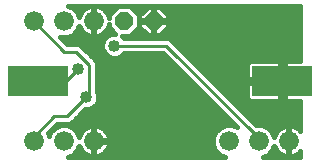
<source format=gbl>
G75*
%MOIN*%
%OFA0B0*%
%FSLAX25Y25*%
%IPPOS*%
%LPD*%
%AMOC8*
5,1,8,0,0,1.08239X$1,22.5*
%
%ADD10C,0.06600*%
%ADD11R,0.20000X0.10000*%
%ADD12OC8,0.06000*%
%ADD13C,0.01600*%
%ADD14C,0.01000*%
%ADD15C,0.04000*%
D10*
X0016800Y0016800D03*
X0026800Y0016800D03*
X0036800Y0016800D03*
X0081800Y0016800D03*
X0091800Y0016800D03*
X0101800Y0016800D03*
X0036800Y0056800D03*
X0026800Y0056800D03*
X0016800Y0056800D03*
D11*
X0018099Y0036800D03*
X0099595Y0036800D03*
D12*
X0056800Y0056800D03*
X0046800Y0056800D03*
D13*
X0051800Y0056354D02*
X0052000Y0056354D01*
X0052000Y0056600D02*
X0052000Y0054812D01*
X0054812Y0052000D01*
X0056600Y0052000D01*
X0056600Y0056600D01*
X0057000Y0056600D01*
X0057000Y0057000D01*
X0061600Y0057000D01*
X0061600Y0058788D01*
X0058788Y0061600D01*
X0057000Y0061600D01*
X0057000Y0057000D01*
X0056600Y0057000D01*
X0056600Y0061600D01*
X0054812Y0061600D01*
X0052000Y0058788D01*
X0052000Y0057000D01*
X0056600Y0057000D01*
X0056600Y0056600D01*
X0052000Y0056600D01*
X0052000Y0057952D02*
X0051800Y0057952D01*
X0051800Y0058871D02*
X0048871Y0061800D01*
X0044729Y0061800D01*
X0041800Y0058871D01*
X0041800Y0057833D01*
X0041774Y0057994D01*
X0041526Y0058758D01*
X0041162Y0059473D01*
X0040690Y0060122D01*
X0040122Y0060690D01*
X0039473Y0061162D01*
X0038758Y0061526D01*
X0037994Y0061774D01*
X0037201Y0061900D01*
X0037000Y0061900D01*
X0037000Y0057000D01*
X0036600Y0057000D01*
X0036600Y0061900D01*
X0036399Y0061900D01*
X0035606Y0061774D01*
X0034842Y0061526D01*
X0034127Y0061162D01*
X0033478Y0060690D01*
X0032910Y0060122D01*
X0032438Y0059473D01*
X0032074Y0058758D01*
X0031921Y0058287D01*
X0031293Y0059802D01*
X0029802Y0061293D01*
X0028191Y0061961D01*
X0105701Y0061961D01*
X0105701Y0043600D01*
X0100395Y0043600D01*
X0100395Y0037600D01*
X0098795Y0037600D01*
X0098795Y0036000D01*
X0087795Y0036000D01*
X0087795Y0031563D01*
X0087918Y0031105D01*
X0088155Y0030695D01*
X0088490Y0030360D01*
X0088900Y0030123D01*
X0089358Y0030000D01*
X0098795Y0030000D01*
X0098795Y0036000D01*
X0100395Y0036000D01*
X0100395Y0030000D01*
X0105701Y0030000D01*
X0105701Y0020108D01*
X0105690Y0020122D01*
X0105122Y0020690D01*
X0104473Y0021162D01*
X0103758Y0021526D01*
X0102994Y0021774D01*
X0102201Y0021900D01*
X0102000Y0021900D01*
X0102000Y0017000D01*
X0101600Y0017000D01*
X0101600Y0021900D01*
X0101399Y0021900D01*
X0100606Y0021774D01*
X0099842Y0021526D01*
X0099127Y0021162D01*
X0098478Y0020690D01*
X0097910Y0020122D01*
X0097438Y0019473D01*
X0097074Y0018758D01*
X0096921Y0018287D01*
X0096293Y0019802D01*
X0094802Y0021293D01*
X0092854Y0022100D01*
X0091000Y0022100D01*
X0063053Y0050047D01*
X0062350Y0050750D01*
X0061431Y0051131D01*
X0046866Y0051131D01*
X0046197Y0051800D01*
X0048871Y0051800D01*
X0051800Y0054729D01*
X0051800Y0058871D01*
X0051120Y0059551D02*
X0052763Y0059551D01*
X0054361Y0061149D02*
X0049522Y0061149D01*
X0044078Y0061149D02*
X0039490Y0061149D01*
X0037000Y0061149D02*
X0036600Y0061149D01*
X0034110Y0061149D02*
X0029946Y0061149D01*
X0031397Y0059551D02*
X0032495Y0059551D01*
X0036600Y0059551D02*
X0037000Y0059551D01*
X0037000Y0057952D02*
X0036600Y0057952D01*
X0036600Y0056600D02*
X0037000Y0056600D01*
X0037000Y0051700D01*
X0037201Y0051700D01*
X0037994Y0051826D01*
X0038758Y0052074D01*
X0039473Y0052438D01*
X0040122Y0052910D01*
X0040690Y0053478D01*
X0041162Y0054127D01*
X0041526Y0054842D01*
X0041774Y0055606D01*
X0041800Y0055767D01*
X0041800Y0054729D01*
X0043898Y0052631D01*
X0042914Y0052631D01*
X0041444Y0052022D01*
X0040318Y0050897D01*
X0039709Y0049426D01*
X0039709Y0047835D01*
X0040318Y0046365D01*
X0041444Y0045240D01*
X0042914Y0044631D01*
X0044505Y0044631D01*
X0045975Y0045240D01*
X0046866Y0046131D01*
X0059898Y0046131D01*
X0084689Y0021340D01*
X0082854Y0022100D01*
X0080746Y0022100D01*
X0078798Y0021293D01*
X0077307Y0019802D01*
X0076500Y0017854D01*
X0076500Y0015746D01*
X0077307Y0013798D01*
X0078798Y0012307D01*
X0080504Y0011600D01*
X0028096Y0011600D01*
X0029802Y0012307D01*
X0031293Y0013798D01*
X0031921Y0015313D01*
X0032074Y0014842D01*
X0032438Y0014127D01*
X0032910Y0013478D01*
X0033478Y0012910D01*
X0034127Y0012438D01*
X0034842Y0012074D01*
X0035606Y0011826D01*
X0036399Y0011700D01*
X0036600Y0011700D01*
X0036600Y0016600D01*
X0037000Y0016600D01*
X0037000Y0017000D01*
X0036600Y0017000D01*
X0036600Y0021900D01*
X0036399Y0021900D01*
X0035606Y0021774D01*
X0034842Y0021526D01*
X0034127Y0021162D01*
X0033478Y0020690D01*
X0032910Y0020122D01*
X0032438Y0019473D01*
X0032074Y0018758D01*
X0031921Y0018287D01*
X0031293Y0019802D01*
X0029802Y0021293D01*
X0027854Y0022100D01*
X0025746Y0022100D01*
X0023798Y0021293D01*
X0022307Y0019802D01*
X0021800Y0018578D01*
X0021460Y0019400D01*
X0024568Y0022509D01*
X0028459Y0022509D01*
X0029378Y0022889D01*
X0030081Y0023593D01*
X0033895Y0027406D01*
X0035155Y0027406D01*
X0036625Y0028015D01*
X0037750Y0029140D01*
X0038359Y0030611D01*
X0038359Y0032202D01*
X0037843Y0033447D01*
X0037843Y0042730D01*
X0037463Y0043649D01*
X0036759Y0044352D01*
X0032330Y0048782D01*
X0031411Y0049162D01*
X0028013Y0049162D01*
X0025625Y0051550D01*
X0025746Y0051500D01*
X0027854Y0051500D01*
X0029802Y0052307D01*
X0031293Y0053798D01*
X0031921Y0055313D01*
X0032074Y0054842D01*
X0032438Y0054127D01*
X0032910Y0053478D01*
X0033478Y0052910D01*
X0034127Y0052438D01*
X0034842Y0052074D01*
X0035606Y0051826D01*
X0036399Y0051700D01*
X0036600Y0051700D01*
X0036600Y0056600D01*
X0036600Y0056354D02*
X0037000Y0056354D01*
X0037000Y0054755D02*
X0036600Y0054755D01*
X0036600Y0053157D02*
X0037000Y0053157D01*
X0040369Y0053157D02*
X0043372Y0053157D01*
X0041800Y0054755D02*
X0041482Y0054755D01*
X0041781Y0057952D02*
X0041800Y0057952D01*
X0042480Y0059551D02*
X0041105Y0059551D01*
X0033231Y0053157D02*
X0030652Y0053157D01*
X0031690Y0054755D02*
X0032118Y0054755D01*
X0027995Y0051558D02*
X0040980Y0051558D01*
X0039930Y0049960D02*
X0027215Y0049960D01*
X0032751Y0048361D02*
X0039709Y0048361D01*
X0040154Y0046763D02*
X0034349Y0046763D01*
X0035948Y0045164D02*
X0041626Y0045164D01*
X0037497Y0043566D02*
X0062463Y0043566D01*
X0060865Y0045164D02*
X0045793Y0045164D01*
X0037843Y0041967D02*
X0064062Y0041967D01*
X0065660Y0040369D02*
X0037843Y0040369D01*
X0037843Y0038770D02*
X0067259Y0038770D01*
X0068857Y0037172D02*
X0037843Y0037172D01*
X0037843Y0035573D02*
X0070456Y0035573D01*
X0072054Y0033975D02*
X0037843Y0033975D01*
X0038287Y0032376D02*
X0073653Y0032376D01*
X0075251Y0030778D02*
X0038359Y0030778D01*
X0037766Y0029179D02*
X0076850Y0029179D01*
X0078448Y0027581D02*
X0035576Y0027581D01*
X0032470Y0025982D02*
X0080047Y0025982D01*
X0081645Y0024384D02*
X0030872Y0024384D01*
X0029126Y0022785D02*
X0083244Y0022785D01*
X0078691Y0021187D02*
X0039425Y0021187D01*
X0039473Y0021162D02*
X0038758Y0021526D01*
X0037994Y0021774D01*
X0037201Y0021900D01*
X0037000Y0021900D01*
X0037000Y0017000D01*
X0041900Y0017000D01*
X0041900Y0017201D01*
X0041774Y0017994D01*
X0041526Y0018758D01*
X0041162Y0019473D01*
X0040690Y0020122D01*
X0040122Y0020690D01*
X0039473Y0021162D01*
X0041078Y0019588D02*
X0077218Y0019588D01*
X0076556Y0017990D02*
X0041775Y0017990D01*
X0041900Y0016600D02*
X0037000Y0016600D01*
X0037000Y0011700D01*
X0037201Y0011700D01*
X0037994Y0011826D01*
X0038758Y0012074D01*
X0039473Y0012438D01*
X0040122Y0012910D01*
X0040690Y0013478D01*
X0041162Y0014127D01*
X0041526Y0014842D01*
X0041774Y0015606D01*
X0041900Y0016399D01*
X0041900Y0016600D01*
X0041899Y0016391D02*
X0076500Y0016391D01*
X0076895Y0014793D02*
X0041501Y0014793D01*
X0040407Y0013194D02*
X0077911Y0013194D01*
X0093096Y0011600D02*
X0094802Y0012307D01*
X0096293Y0013798D01*
X0096921Y0015313D01*
X0097074Y0014842D01*
X0097438Y0014127D01*
X0097910Y0013478D01*
X0098478Y0012910D01*
X0099127Y0012438D01*
X0099842Y0012074D01*
X0100606Y0011826D01*
X0101399Y0011700D01*
X0101600Y0011700D01*
X0101600Y0016600D01*
X0102000Y0016600D01*
X0102000Y0011700D01*
X0102201Y0011700D01*
X0102994Y0011826D01*
X0103758Y0012074D01*
X0104473Y0012438D01*
X0105122Y0012910D01*
X0105690Y0013478D01*
X0105701Y0013492D01*
X0105701Y0011600D01*
X0093096Y0011600D01*
X0095689Y0013194D02*
X0098193Y0013194D01*
X0097099Y0014793D02*
X0096705Y0014793D01*
X0101600Y0014793D02*
X0102000Y0014793D01*
X0102000Y0016391D02*
X0101600Y0016391D01*
X0101600Y0017990D02*
X0102000Y0017990D01*
X0102000Y0019588D02*
X0101600Y0019588D01*
X0101600Y0021187D02*
X0102000Y0021187D01*
X0104425Y0021187D02*
X0105701Y0021187D01*
X0105701Y0022785D02*
X0090315Y0022785D01*
X0088716Y0024384D02*
X0105701Y0024384D01*
X0105701Y0025982D02*
X0087118Y0025982D01*
X0085519Y0027581D02*
X0105701Y0027581D01*
X0105701Y0029179D02*
X0083921Y0029179D01*
X0082322Y0030778D02*
X0088107Y0030778D01*
X0087795Y0032376D02*
X0080724Y0032376D01*
X0079125Y0033975D02*
X0087795Y0033975D01*
X0087795Y0035573D02*
X0077527Y0035573D01*
X0075928Y0037172D02*
X0098795Y0037172D01*
X0098795Y0037600D02*
X0087795Y0037600D01*
X0087795Y0042037D01*
X0087918Y0042495D01*
X0088155Y0042905D01*
X0088490Y0043240D01*
X0088900Y0043477D01*
X0089358Y0043600D01*
X0098795Y0043600D01*
X0098795Y0037600D01*
X0098795Y0038770D02*
X0100395Y0038770D01*
X0100395Y0040369D02*
X0098795Y0040369D01*
X0098795Y0041967D02*
X0100395Y0041967D01*
X0100395Y0043566D02*
X0098795Y0043566D01*
X0105701Y0045164D02*
X0067936Y0045164D01*
X0069534Y0043566D02*
X0089231Y0043566D01*
X0087795Y0041967D02*
X0071133Y0041967D01*
X0072731Y0040369D02*
X0087795Y0040369D01*
X0087795Y0038770D02*
X0074330Y0038770D01*
X0066337Y0046763D02*
X0105701Y0046763D01*
X0105701Y0048361D02*
X0064739Y0048361D01*
X0063140Y0049960D02*
X0105701Y0049960D01*
X0105701Y0051558D02*
X0046439Y0051558D01*
X0050228Y0053157D02*
X0053655Y0053157D01*
X0052056Y0054755D02*
X0051800Y0054755D01*
X0056600Y0054755D02*
X0057000Y0054755D01*
X0057000Y0053157D02*
X0056600Y0053157D01*
X0057000Y0052000D02*
X0058788Y0052000D01*
X0061600Y0054812D01*
X0061600Y0056600D01*
X0057000Y0056600D01*
X0057000Y0052000D01*
X0059945Y0053157D02*
X0105701Y0053157D01*
X0105701Y0054755D02*
X0061544Y0054755D01*
X0061600Y0056354D02*
X0105701Y0056354D01*
X0105701Y0057952D02*
X0061600Y0057952D01*
X0060837Y0059551D02*
X0105701Y0059551D01*
X0105701Y0061149D02*
X0059239Y0061149D01*
X0057000Y0061149D02*
X0056600Y0061149D01*
X0056600Y0059551D02*
X0057000Y0059551D01*
X0057000Y0057952D02*
X0056600Y0057952D01*
X0056600Y0056354D02*
X0057000Y0056354D01*
X0098795Y0035573D02*
X0100395Y0035573D01*
X0100395Y0033975D02*
X0098795Y0033975D01*
X0098795Y0032376D02*
X0100395Y0032376D01*
X0100395Y0030778D02*
X0098795Y0030778D01*
X0099175Y0021187D02*
X0094909Y0021187D01*
X0096382Y0019588D02*
X0097522Y0019588D01*
X0101600Y0013194D02*
X0102000Y0013194D01*
X0105407Y0013194D02*
X0105701Y0013194D01*
X0037000Y0013194D02*
X0036600Y0013194D01*
X0036600Y0014793D02*
X0037000Y0014793D01*
X0037000Y0016391D02*
X0036600Y0016391D01*
X0036600Y0017990D02*
X0037000Y0017990D01*
X0037000Y0019588D02*
X0036600Y0019588D01*
X0036600Y0021187D02*
X0037000Y0021187D01*
X0034175Y0021187D02*
X0029909Y0021187D01*
X0031382Y0019588D02*
X0032522Y0019588D01*
X0032099Y0014793D02*
X0031705Y0014793D01*
X0030689Y0013194D02*
X0033193Y0013194D01*
X0022218Y0019588D02*
X0021647Y0019588D01*
X0023246Y0021187D02*
X0023691Y0021187D01*
D14*
X0023532Y0025009D02*
X0017135Y0018611D01*
X0017135Y0017135D01*
X0016800Y0016800D01*
X0023532Y0025009D02*
X0027961Y0025009D01*
X0034359Y0031406D01*
X0034359Y0031898D01*
X0035343Y0032883D01*
X0035343Y0042233D01*
X0030914Y0046662D01*
X0026977Y0046662D01*
X0017135Y0056505D01*
X0016800Y0056800D01*
X0031406Y0040757D02*
X0027469Y0036820D01*
X0018119Y0036820D01*
X0018099Y0036800D01*
X0043709Y0048631D02*
X0060934Y0048631D01*
X0091446Y0018119D01*
X0091446Y0017135D01*
X0091800Y0016800D01*
D15*
X0043709Y0048631D03*
X0031406Y0040757D03*
X0034359Y0031406D03*
M02*

</source>
